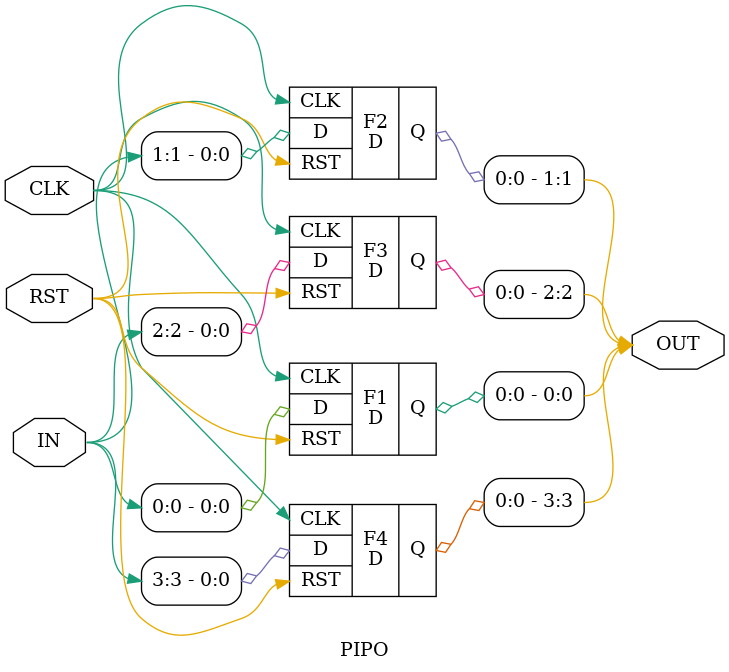
<source format=v>
`timescale 1ns / 1ps
module D(D,CLK,RST,Q);
input D,CLK,RST;
output reg Q;
always@(posedge CLK or posedge RST)
begin
if(RST==1)
Q<=0;

else 
Q<=D;
end
endmodule

module PIPO(OUT,IN,CLK,RST);
input [3:0]IN;
input CLK,RST;
output [3:0]OUT;

D F1(IN[0],CLK,RST,OUT[0]);
D F2(IN[1],CLK,RST,OUT[1]);
D F3(IN[2],CLK,RST,OUT[2]);
D F4(IN[3],CLK,RST,OUT[3]);

endmodule

</source>
